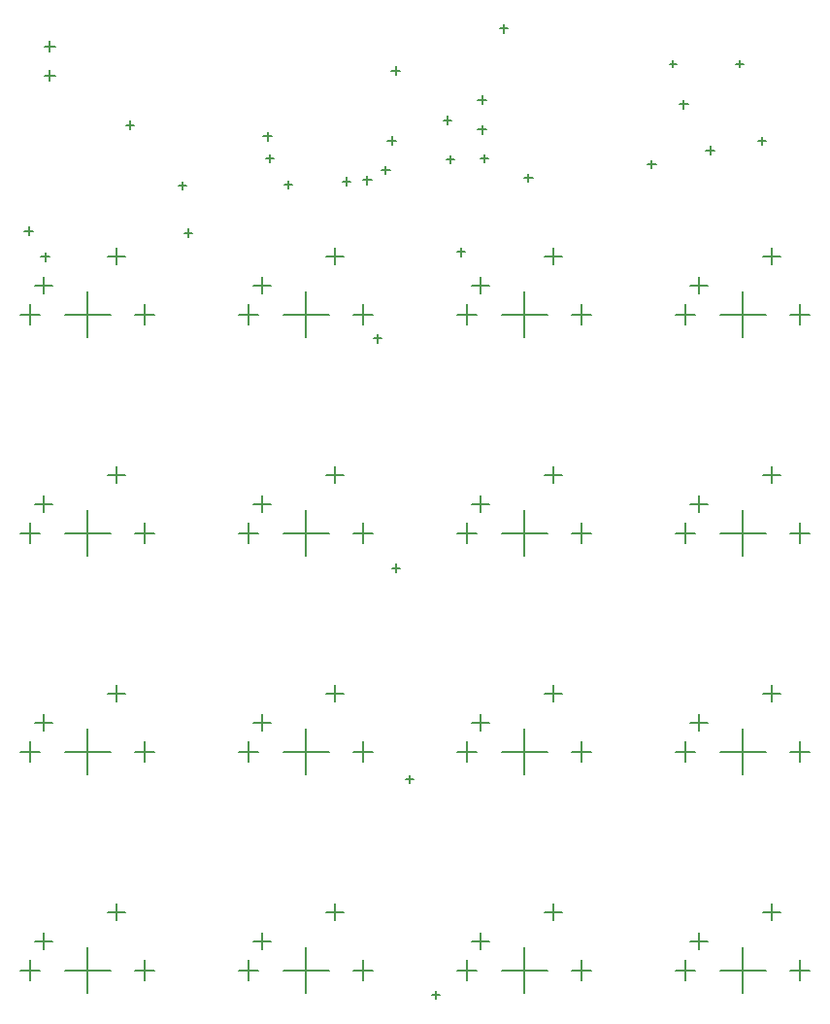
<source format=gbr>
G04*
G04 #@! TF.GenerationSoftware,Altium Limited,Altium Designer,22.4.2 (48)*
G04*
G04 Layer_Color=128*
%FSLAX43Y43*%
%MOMM*%
G71*
G04*
G04 #@! TF.SameCoordinates,BF6EAB14-F510-4D30-AECA-DAF16463F929*
G04*
G04*
G04 #@! TF.FilePolarity,Positive*
G04*
G01*
G75*
%ADD11C,0.127*%
D11*
X60940Y77540D02*
X62440D01*
X61690Y76790D02*
Y78290D01*
X67260Y80080D02*
X68760D01*
X68010Y79330D02*
Y80830D01*
X69650Y75000D02*
X71350D01*
X70500Y74150D02*
Y75850D01*
X59650Y75000D02*
X61350D01*
X60500Y74150D02*
Y75850D01*
X63506Y75000D02*
X67494D01*
X65500Y73006D02*
Y76994D01*
X82556Y75000D02*
X86544D01*
X84550Y73006D02*
Y76994D01*
X78700Y75000D02*
X80400D01*
X79550Y74150D02*
Y75850D01*
X88700Y75000D02*
X90400D01*
X89550Y74150D02*
Y75850D01*
X86310Y80080D02*
X87810D01*
X87060Y79330D02*
Y80830D01*
X79990Y77540D02*
X81490D01*
X80740Y76790D02*
Y78290D01*
X99040Y77540D02*
X100540D01*
X99790Y76790D02*
Y78290D01*
X105360Y80080D02*
X106860D01*
X106110Y79330D02*
Y80830D01*
X107750Y75000D02*
X109450D01*
X108600Y74150D02*
Y75850D01*
X97750Y75000D02*
X99450D01*
X98600Y74150D02*
Y75850D01*
X101606Y75000D02*
X105594D01*
X103600Y73006D02*
Y76994D01*
X120656Y75000D02*
X124644D01*
X122650Y73006D02*
Y76994D01*
X116800Y75000D02*
X118500D01*
X117650Y74150D02*
Y75850D01*
X126800Y75000D02*
X128500D01*
X127650Y74150D02*
Y75850D01*
X124410Y80080D02*
X125910D01*
X125160Y79330D02*
Y80830D01*
X118090Y77540D02*
X119590D01*
X118840Y76790D02*
Y78290D01*
X60940Y58490D02*
X62440D01*
X61690Y57740D02*
Y59240D01*
X67260Y61030D02*
X68760D01*
X68010Y60280D02*
Y61780D01*
X69650Y55950D02*
X71350D01*
X70500Y55100D02*
Y56800D01*
X59650Y55950D02*
X61350D01*
X60500Y55100D02*
Y56800D01*
X63506Y55950D02*
X67494D01*
X65500Y53956D02*
Y57944D01*
X82556Y55950D02*
X86544D01*
X84550Y53956D02*
Y57944D01*
X78700Y55950D02*
X80400D01*
X79550Y55100D02*
Y56800D01*
X88700Y55950D02*
X90400D01*
X89550Y55100D02*
Y56800D01*
X86310Y61030D02*
X87810D01*
X87060Y60280D02*
Y61780D01*
X79990Y58490D02*
X81490D01*
X80740Y57740D02*
Y59240D01*
X99040Y58490D02*
X100540D01*
X99790Y57740D02*
Y59240D01*
X105360Y61030D02*
X106860D01*
X106110Y60280D02*
Y61780D01*
X107750Y55950D02*
X109450D01*
X108600Y55100D02*
Y56800D01*
X97750Y55950D02*
X99450D01*
X98600Y55100D02*
Y56800D01*
X101606Y55950D02*
X105594D01*
X103600Y53956D02*
Y57944D01*
X120656Y55950D02*
X124644D01*
X122650Y53956D02*
Y57944D01*
X116800Y55950D02*
X118500D01*
X117650Y55100D02*
Y56800D01*
X126800Y55950D02*
X128500D01*
X127650Y55100D02*
Y56800D01*
X124410Y61030D02*
X125910D01*
X125160Y60280D02*
Y61780D01*
X118090Y58490D02*
X119590D01*
X118840Y57740D02*
Y59240D01*
X60940Y39440D02*
X62440D01*
X61690Y38690D02*
Y40190D01*
X67260Y41980D02*
X68760D01*
X68010Y41230D02*
Y42730D01*
X69650Y36900D02*
X71350D01*
X70500Y36050D02*
Y37750D01*
X59650Y36900D02*
X61350D01*
X60500Y36050D02*
Y37750D01*
X63506Y36900D02*
X67494D01*
X65500Y34906D02*
Y38894D01*
X82556Y36900D02*
X86544D01*
X84550Y34906D02*
Y38894D01*
X78700Y36900D02*
X80400D01*
X79550Y36050D02*
Y37750D01*
X88700Y36900D02*
X90400D01*
X89550Y36050D02*
Y37750D01*
X86310Y41980D02*
X87810D01*
X87060Y41230D02*
Y42730D01*
X79990Y39440D02*
X81490D01*
X80740Y38690D02*
Y40190D01*
X99040Y39440D02*
X100540D01*
X99790Y38690D02*
Y40190D01*
X105360Y41980D02*
X106860D01*
X106110Y41230D02*
Y42730D01*
X107750Y36900D02*
X109450D01*
X108600Y36050D02*
Y37750D01*
X97750Y36900D02*
X99450D01*
X98600Y36050D02*
Y37750D01*
X101606Y36900D02*
X105594D01*
X103600Y34906D02*
Y38894D01*
X120656Y36900D02*
X124644D01*
X122650Y34906D02*
Y38894D01*
X116800Y36900D02*
X118500D01*
X117650Y36050D02*
Y37750D01*
X126800Y36900D02*
X128500D01*
X127650Y36050D02*
Y37750D01*
X124410Y41980D02*
X125910D01*
X125160Y41230D02*
Y42730D01*
X118090Y39440D02*
X119590D01*
X118840Y38690D02*
Y40190D01*
X60940Y20390D02*
X62440D01*
X61690Y19640D02*
Y21140D01*
X67260Y22930D02*
X68760D01*
X68010Y22180D02*
Y23680D01*
X69650Y17850D02*
X71350D01*
X70500Y17000D02*
Y18700D01*
X59650Y17850D02*
X61350D01*
X60500Y17000D02*
Y18700D01*
X63506Y17850D02*
X67494D01*
X65500Y15856D02*
Y19844D01*
X82556Y17850D02*
X86544D01*
X84550Y15856D02*
Y19844D01*
X78700Y17850D02*
X80400D01*
X79550Y17000D02*
Y18700D01*
X88700Y17850D02*
X90400D01*
X89550Y17000D02*
Y18700D01*
X86310Y22930D02*
X87810D01*
X87060Y22180D02*
Y23680D01*
X79990Y20390D02*
X81490D01*
X80740Y19640D02*
Y21140D01*
X99040Y20390D02*
X100540D01*
X99790Y19640D02*
Y21140D01*
X105360Y22930D02*
X106860D01*
X106110Y22180D02*
Y23680D01*
X107750Y17850D02*
X109450D01*
X108600Y17000D02*
Y18700D01*
X97750Y17850D02*
X99450D01*
X98600Y17000D02*
Y18700D01*
X101606Y17850D02*
X105594D01*
X103600Y15856D02*
Y19844D01*
X120656Y17850D02*
X124644D01*
X122650Y15856D02*
Y19844D01*
X116800Y17850D02*
X118500D01*
X117650Y17000D02*
Y18700D01*
X126800Y17850D02*
X128500D01*
X127650Y17000D02*
Y18700D01*
X124410Y22930D02*
X125910D01*
X125160Y22180D02*
Y23680D01*
X118090Y20390D02*
X119590D01*
X118840Y19640D02*
Y21140D01*
X122030Y96845D02*
X122680D01*
X122355Y96520D02*
Y97170D01*
X116250Y96845D02*
X116900D01*
X116575Y96520D02*
Y97170D01*
X61745Y95800D02*
X62655D01*
X62200Y95345D02*
Y96255D01*
X61745Y98340D02*
X62655D01*
X62200Y97885D02*
Y98795D01*
X96519Y91925D02*
X97231D01*
X96875Y91569D02*
Y92281D01*
X92019Y96250D02*
X92731D01*
X92375Y95894D02*
Y96606D01*
X96769Y88500D02*
X97481D01*
X97125Y88144D02*
Y88856D01*
X91669Y90150D02*
X92381D01*
X92025Y89794D02*
Y90506D01*
X60019Y82275D02*
X60731D01*
X60375Y81919D02*
Y82631D01*
X73919Y82100D02*
X74631D01*
X74275Y81744D02*
Y82456D01*
X97719Y80425D02*
X98431D01*
X98075Y80069D02*
Y80781D01*
X101444Y99900D02*
X102156D01*
X101800Y99544D02*
Y100256D01*
X99544Y93700D02*
X100256D01*
X99900Y93344D02*
Y94056D01*
X99544Y91100D02*
X100256D01*
X99900Y90744D02*
Y91456D01*
X103605Y86900D02*
X104316D01*
X103960Y86544D02*
Y87256D01*
X68844Y91500D02*
X69556D01*
X69200Y91144D02*
Y91856D01*
X95544Y15700D02*
X96256D01*
X95900Y15344D02*
Y16056D01*
X99744Y88600D02*
X100456D01*
X100100Y88244D02*
Y88956D01*
X93249Y34495D02*
X93960D01*
X93605Y34140D02*
Y34851D01*
X92044Y52900D02*
X92756D01*
X92400Y52544D02*
Y53256D01*
X90444Y72900D02*
X91156D01*
X90800Y72544D02*
Y73256D01*
X91144Y87600D02*
X91856D01*
X91500Y87244D02*
Y87956D01*
X82644Y86300D02*
X83356D01*
X83000Y85944D02*
Y86656D01*
X61444Y80000D02*
X62156D01*
X61800Y79644D02*
Y80356D01*
X114344Y88100D02*
X115056D01*
X114700Y87744D02*
Y88456D01*
X123944Y90100D02*
X124656D01*
X124300Y89744D02*
Y90456D01*
X73444Y86200D02*
X74156D01*
X73800Y85844D02*
Y86556D01*
X81044Y88600D02*
X81756D01*
X81400Y88244D02*
Y88956D01*
X80844Y90500D02*
X81556D01*
X81200Y90144D02*
Y90856D01*
X89544Y86700D02*
X90256D01*
X89900Y86344D02*
Y87056D01*
X87744Y86600D02*
X88456D01*
X88100Y86244D02*
Y86956D01*
X117144Y93300D02*
X117856D01*
X117500Y92944D02*
Y93656D01*
X119444Y89300D02*
X120156D01*
X119800Y88944D02*
Y89656D01*
M02*

</source>
